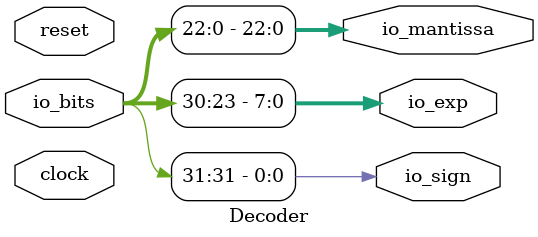
<source format=v>
module Decoder(
  input         clock,
  input         reset,
  input  [31:0] io_bits,
  output        io_sign,
  output [7:0]  io_exp,
  output [22:0] io_mantissa
);
  assign io_sign = io_bits[31]; // @[decoder.scala 16:23]
  assign io_exp = io_bits[30:23]; // @[decoder.scala 17:22]
  assign io_mantissa = io_bits[22:0]; // @[decoder.scala 18:27]
endmodule

</source>
